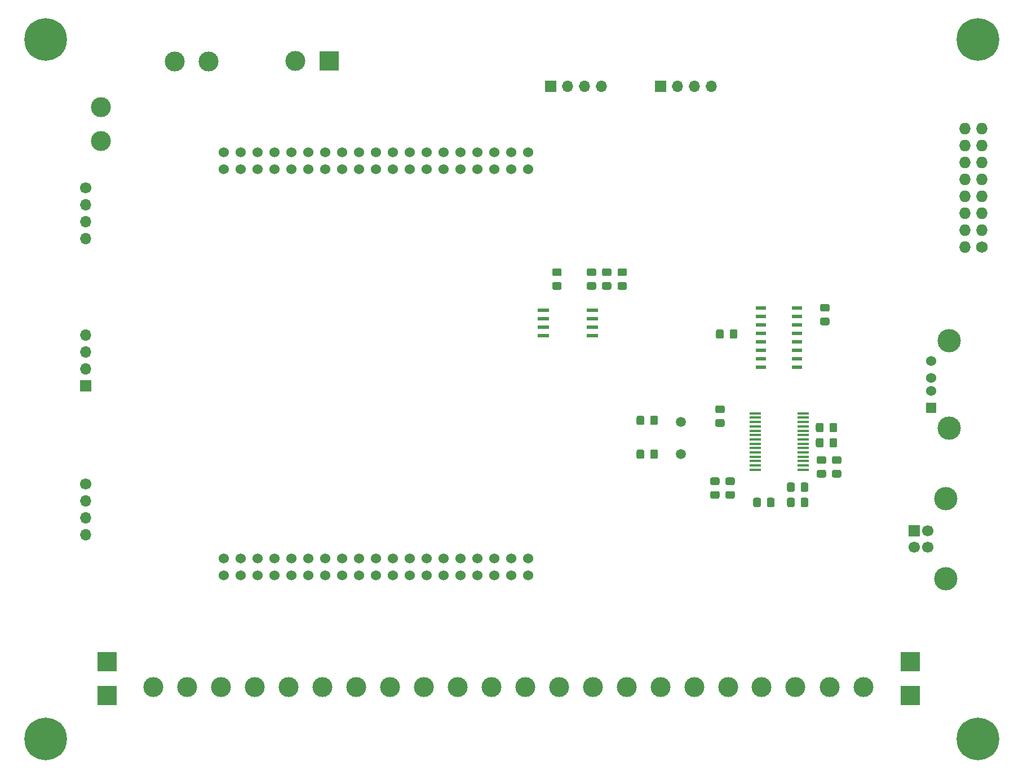
<source format=gbr>
%TF.GenerationSoftware,KiCad,Pcbnew,5.99.0+really5.1.10+dfsg1-1*%
%TF.CreationDate,2022-01-03T15:11:42+11:00*%
%TF.ProjectId,els,656c732e-6b69-4636-9164-5f7063625858,v0.1*%
%TF.SameCoordinates,PX3938700PY8a48640*%
%TF.FileFunction,Soldermask,Top*%
%TF.FilePolarity,Negative*%
%FSLAX46Y46*%
G04 Gerber Fmt 4.6, Leading zero omitted, Abs format (unit mm)*
G04 Created by KiCad (PCBNEW 5.99.0+really5.1.10+dfsg1-1) date 2022-01-03 15:11:42*
%MOMM*%
%LPD*%
G01*
G04 APERTURE LIST*
%ADD10C,3.000000*%
%ADD11R,3.000000X3.000000*%
%ADD12C,1.530000*%
%ADD13C,6.400000*%
%ADD14C,1.524000*%
%ADD15R,1.524000X1.524000*%
%ADD16C,3.500000*%
%ADD17C,1.500000*%
%ADD18R,1.750000X0.450000*%
%ADD19R,1.500000X0.600000*%
%ADD20R,1.750000X0.550000*%
%ADD21C,1.700000*%
%ADD22R,1.700000X1.700000*%
%ADD23O,1.700000X1.700000*%
%ADD24O,1.727200X1.727200*%
%ADD25C,1.727200*%
G04 APERTURE END LIST*
%TO.C,R6*%
G36*
G01*
X77250001Y69500000D02*
X76349999Y69500000D01*
G75*
G02*
X76100000Y69749999I0J249999D01*
G01*
X76100000Y70400001D01*
G75*
G02*
X76349999Y70650000I249999J0D01*
G01*
X77250001Y70650000D01*
G75*
G02*
X77500000Y70400001I0J-249999D01*
G01*
X77500000Y69749999D01*
G75*
G02*
X77250001Y69500000I-249999J0D01*
G01*
G37*
G36*
G01*
X77250001Y67450000D02*
X76349999Y67450000D01*
G75*
G02*
X76100000Y67699999I0J249999D01*
G01*
X76100000Y68350001D01*
G75*
G02*
X76349999Y68600000I249999J0D01*
G01*
X77250001Y68600000D01*
G75*
G02*
X77500000Y68350001I0J-249999D01*
G01*
X77500000Y67699999D01*
G75*
G02*
X77250001Y67450000I-249999J0D01*
G01*
G37*
%TD*%
%TO.C,R1*%
G36*
G01*
X86149999Y68600000D02*
X87050001Y68600000D01*
G75*
G02*
X87300000Y68350001I0J-249999D01*
G01*
X87300000Y67699999D01*
G75*
G02*
X87050001Y67450000I-249999J0D01*
G01*
X86149999Y67450000D01*
G75*
G02*
X85900000Y67699999I0J249999D01*
G01*
X85900000Y68350001D01*
G75*
G02*
X86149999Y68600000I249999J0D01*
G01*
G37*
G36*
G01*
X86149999Y70650000D02*
X87050001Y70650000D01*
G75*
G02*
X87300000Y70400001I0J-249999D01*
G01*
X87300000Y69749999D01*
G75*
G02*
X87050001Y69500000I-249999J0D01*
G01*
X86149999Y69500000D01*
G75*
G02*
X85900000Y69749999I0J249999D01*
G01*
X85900000Y70400001D01*
G75*
G02*
X86149999Y70650000I249999J0D01*
G01*
G37*
%TD*%
D10*
%TO.C,J20*%
X97480000Y7840000D03*
X102560000Y7840000D03*
%TD*%
%TO.C,J20*%
X112593000Y7840000D03*
X107513000Y7840000D03*
%TD*%
D11*
%TO.C,J22*%
X42616000Y101820000D03*
D10*
X37536000Y101820000D03*
%TD*%
D12*
%TO.C,U1*%
X26750000Y24550000D03*
X29290000Y24550000D03*
X29290000Y27090000D03*
X31830000Y24550000D03*
X31830000Y27090000D03*
X34370000Y24550000D03*
X34370000Y27090000D03*
X36910000Y24550000D03*
X36910000Y27090000D03*
X39450000Y24550000D03*
X39450000Y27090000D03*
X41990000Y24550000D03*
X41990000Y27090000D03*
X44530000Y24550000D03*
X44530000Y27090000D03*
X47070000Y24550000D03*
X47070000Y27090000D03*
X49610000Y24550000D03*
X49610000Y27090000D03*
X52150000Y24550000D03*
X52150000Y27090000D03*
X54690000Y24550000D03*
X54690000Y27090000D03*
X57230000Y24550000D03*
X57230000Y27090000D03*
X59770000Y24550000D03*
X59770000Y27090000D03*
X62310000Y24550000D03*
X62310000Y27090000D03*
X64850000Y24550000D03*
X64850000Y27090000D03*
X67390000Y24550000D03*
X67390000Y27090000D03*
X69930000Y24550000D03*
X69930000Y27090000D03*
X72470000Y24550000D03*
X26750000Y27090000D03*
X72470000Y27090000D03*
X26750000Y85510000D03*
X29290000Y85510000D03*
X29290000Y88050000D03*
X31830000Y85510000D03*
X31830000Y88050000D03*
X34370000Y85510000D03*
X34370000Y88050000D03*
X36910000Y85510000D03*
X36910000Y88050000D03*
X39450000Y85510000D03*
X39450000Y88050000D03*
X41990000Y85510000D03*
X41990000Y88050000D03*
X44530000Y85510000D03*
X44530000Y88050000D03*
X47070000Y85510000D03*
X47070000Y88050000D03*
X49610000Y85510000D03*
X49610000Y88050000D03*
X52150000Y85510000D03*
X52150000Y88050000D03*
X54690000Y85510000D03*
X54690000Y88050000D03*
X57230000Y85510000D03*
X57230000Y88050000D03*
X59770000Y85510000D03*
X59770000Y88050000D03*
X62310000Y85510000D03*
X62310000Y88050000D03*
X64850000Y85510000D03*
X64850000Y88050000D03*
X67390000Y85510000D03*
X67390000Y88050000D03*
X69930000Y85510000D03*
X69930000Y88050000D03*
X72470000Y85510000D03*
X26750000Y88050000D03*
X72470000Y88050000D03*
%TD*%
D13*
%TO.C,REF\u002A\u002A*%
X0Y0D03*
%TD*%
%TO.C,REF\u002A\u002A*%
X140000000Y0D03*
%TD*%
%TO.C,REF\u002A\u002A*%
X140000000Y105000000D03*
%TD*%
%TO.C,REF\u002A\u002A*%
X0Y105000000D03*
%TD*%
D11*
%TO.C,J21*%
X9215000Y11650000D03*
X9215000Y6570000D03*
%TD*%
D10*
%TO.C,J20*%
X117800000Y7840000D03*
X122880000Y7840000D03*
%TD*%
D14*
%TO.C,J19*%
X133040000Y56750000D03*
X133040000Y54250000D03*
X133040000Y52250000D03*
D15*
X133040000Y49750000D03*
D16*
X135750000Y46680000D03*
X135750000Y59820000D03*
%TD*%
D17*
%TO.C,Y1*%
X95448000Y47645000D03*
X95448000Y42765000D03*
%TD*%
D18*
%TO.C,U4*%
X113780000Y48895000D03*
X113780000Y48245000D03*
X113780000Y47595000D03*
X113780000Y46945000D03*
X113780000Y46295000D03*
X113780000Y45645000D03*
X113780000Y44995000D03*
X113780000Y44345000D03*
X113780000Y43695000D03*
X113780000Y43045000D03*
X113780000Y42395000D03*
X113780000Y41745000D03*
X113780000Y41095000D03*
X113780000Y40445000D03*
X106580000Y40445000D03*
X106580000Y41095000D03*
X106580000Y41745000D03*
X106580000Y42395000D03*
X106580000Y43045000D03*
X106580000Y43695000D03*
X106580000Y44345000D03*
X106580000Y44995000D03*
X106580000Y45645000D03*
X106580000Y46295000D03*
X106580000Y46945000D03*
X106580000Y47595000D03*
X106580000Y48245000D03*
X106580000Y48895000D03*
%TD*%
D19*
%TO.C,U3*%
X112880000Y64672500D03*
X112880000Y63402500D03*
X112880000Y62132500D03*
X112880000Y60862500D03*
X112880000Y59592500D03*
X112880000Y58322500D03*
X112880000Y57052500D03*
X112880000Y55782500D03*
X107480000Y55782500D03*
X107480000Y57052500D03*
X107480000Y58322500D03*
X107480000Y59592500D03*
X107480000Y60862500D03*
X107480000Y62132500D03*
X107480000Y63402500D03*
X107480000Y64672500D03*
%TD*%
D20*
%TO.C,U2*%
X82130000Y64355000D03*
X82130000Y63085000D03*
X82130000Y61815000D03*
X82130000Y60545000D03*
X74730000Y60545000D03*
X74730000Y61815000D03*
X74730000Y63085000D03*
X74730000Y64355000D03*
%TD*%
%TO.C,R5*%
G36*
G01*
X118365999Y40410000D02*
X119266001Y40410000D01*
G75*
G02*
X119516000Y40160001I0J-249999D01*
G01*
X119516000Y39509999D01*
G75*
G02*
X119266001Y39260000I-249999J0D01*
G01*
X118365999Y39260000D01*
G75*
G02*
X118116000Y39509999I0J249999D01*
G01*
X118116000Y40160001D01*
G75*
G02*
X118365999Y40410000I249999J0D01*
G01*
G37*
G36*
G01*
X118365999Y42460000D02*
X119266001Y42460000D01*
G75*
G02*
X119516000Y42210001I0J-249999D01*
G01*
X119516000Y41559999D01*
G75*
G02*
X119266001Y41310000I-249999J0D01*
G01*
X118365999Y41310000D01*
G75*
G02*
X118116000Y41559999I0J249999D01*
G01*
X118116000Y42210001D01*
G75*
G02*
X118365999Y42460000I249999J0D01*
G01*
G37*
%TD*%
%TO.C,R4*%
G36*
G01*
X116079999Y40410000D02*
X116980001Y40410000D01*
G75*
G02*
X117230000Y40160001I0J-249999D01*
G01*
X117230000Y39509999D01*
G75*
G02*
X116980001Y39260000I-249999J0D01*
G01*
X116079999Y39260000D01*
G75*
G02*
X115830000Y39509999I0J249999D01*
G01*
X115830000Y40160001D01*
G75*
G02*
X116079999Y40410000I249999J0D01*
G01*
G37*
G36*
G01*
X116079999Y42460000D02*
X116980001Y42460000D01*
G75*
G02*
X117230000Y42210001I0J-249999D01*
G01*
X117230000Y41559999D01*
G75*
G02*
X116980001Y41310000I-249999J0D01*
G01*
X116079999Y41310000D01*
G75*
G02*
X115830000Y41559999I0J249999D01*
G01*
X115830000Y42210001D01*
G75*
G02*
X116079999Y42460000I249999J0D01*
G01*
G37*
%TD*%
%TO.C,R3*%
G36*
G01*
X101740001Y48930000D02*
X100839999Y48930000D01*
G75*
G02*
X100590000Y49179999I0J249999D01*
G01*
X100590000Y49830001D01*
G75*
G02*
X100839999Y50080000I249999J0D01*
G01*
X101740001Y50080000D01*
G75*
G02*
X101990000Y49830001I0J-249999D01*
G01*
X101990000Y49179999D01*
G75*
G02*
X101740001Y48930000I-249999J0D01*
G01*
G37*
G36*
G01*
X101740001Y46880000D02*
X100839999Y46880000D01*
G75*
G02*
X100590000Y47129999I0J249999D01*
G01*
X100590000Y47780001D01*
G75*
G02*
X100839999Y48030000I249999J0D01*
G01*
X101740001Y48030000D01*
G75*
G02*
X101990000Y47780001I0J-249999D01*
G01*
X101990000Y47129999D01*
G75*
G02*
X101740001Y46880000I-249999J0D01*
G01*
G37*
%TD*%
%TO.C,R2*%
G36*
G01*
X102363999Y37235000D02*
X103264001Y37235000D01*
G75*
G02*
X103514000Y36985001I0J-249999D01*
G01*
X103514000Y36334999D01*
G75*
G02*
X103264001Y36085000I-249999J0D01*
G01*
X102363999Y36085000D01*
G75*
G02*
X102114000Y36334999I0J249999D01*
G01*
X102114000Y36985001D01*
G75*
G02*
X102363999Y37235000I249999J0D01*
G01*
G37*
G36*
G01*
X102363999Y39285000D02*
X103264001Y39285000D01*
G75*
G02*
X103514000Y39035001I0J-249999D01*
G01*
X103514000Y38384999D01*
G75*
G02*
X103264001Y38135000I-249999J0D01*
G01*
X102363999Y38135000D01*
G75*
G02*
X102114000Y38384999I0J249999D01*
G01*
X102114000Y39035001D01*
G75*
G02*
X102363999Y39285000I249999J0D01*
G01*
G37*
%TD*%
D16*
%TO.C,J18*%
X135210000Y24030000D03*
X135210000Y36070000D03*
D21*
X132500000Y31300000D03*
X132500000Y28800000D03*
X130500000Y28800000D03*
D22*
X130500000Y31300000D03*
%TD*%
D23*
%TO.C,J17*%
X6040000Y75150000D03*
X6040000Y77690000D03*
X6040000Y80230000D03*
D21*
X6040000Y82770000D03*
%TD*%
D23*
%TO.C,J16*%
X6040000Y30700000D03*
X6040000Y33240000D03*
X6040000Y35780000D03*
D21*
X6040000Y38320000D03*
%TD*%
D23*
%TO.C,J15*%
X6040000Y60672000D03*
X6040000Y58132000D03*
X6040000Y55592000D03*
D22*
X6040000Y53052000D03*
%TD*%
D23*
%TO.C,J14*%
X83510000Y98010000D03*
X80970000Y98010000D03*
X78430000Y98010000D03*
D22*
X75890000Y98010000D03*
%TD*%
D23*
%TO.C,J13*%
X100020000Y98010000D03*
X97480000Y98010000D03*
X94940000Y98010000D03*
D22*
X92400000Y98010000D03*
%TD*%
D24*
%TO.C,J12*%
X138120000Y91660000D03*
X140660000Y91660000D03*
X138120000Y89120000D03*
X140660000Y89120000D03*
X138120000Y86580000D03*
X140660000Y86580000D03*
X138120000Y84040000D03*
X140660000Y84040000D03*
X138120000Y81500000D03*
X140660000Y81500000D03*
X138120000Y78960000D03*
X140660000Y78960000D03*
X138120000Y76420000D03*
X140660000Y76420000D03*
X138120000Y73880000D03*
D25*
X140660000Y73880000D03*
%TD*%
D11*
%TO.C,J11*%
X129865000Y6570000D03*
X129865000Y11650000D03*
%TD*%
D10*
%TO.C,J10*%
X16200000Y7840000D03*
X21280000Y7840000D03*
%TD*%
%TO.C,J9*%
X26360000Y7840000D03*
X31440000Y7840000D03*
%TD*%
%TO.C,J8*%
X36520000Y7840000D03*
X41600000Y7840000D03*
%TD*%
%TO.C,J7*%
X46680000Y7840000D03*
X51760000Y7840000D03*
%TD*%
%TO.C,J6*%
X56840000Y7840000D03*
X61920000Y7840000D03*
%TD*%
%TO.C,J5*%
X67000000Y7840000D03*
X72080000Y7840000D03*
%TD*%
%TO.C,J4*%
X77160000Y7840000D03*
X82240000Y7840000D03*
%TD*%
%TO.C,J3*%
X87320000Y7840000D03*
X92400000Y7840000D03*
%TD*%
%TO.C,J2*%
X8326000Y94835000D03*
X8326000Y89755000D03*
%TD*%
%TO.C,J1*%
X24455000Y101693000D03*
X19375000Y101693000D03*
%TD*%
%TO.C,C12*%
G36*
G01*
X89918000Y48295001D02*
X89918000Y47394999D01*
G75*
G02*
X89668001Y47145000I-249999J0D01*
G01*
X89017999Y47145000D01*
G75*
G02*
X88768000Y47394999I0J249999D01*
G01*
X88768000Y48295001D01*
G75*
G02*
X89017999Y48545000I249999J0D01*
G01*
X89668001Y48545000D01*
G75*
G02*
X89918000Y48295001I0J-249999D01*
G01*
G37*
G36*
G01*
X91968000Y48295001D02*
X91968000Y47394999D01*
G75*
G02*
X91718001Y47145000I-249999J0D01*
G01*
X91067999Y47145000D01*
G75*
G02*
X90818000Y47394999I0J249999D01*
G01*
X90818000Y48295001D01*
G75*
G02*
X91067999Y48545000I249999J0D01*
G01*
X91718001Y48545000D01*
G75*
G02*
X91968000Y48295001I0J-249999D01*
G01*
G37*
%TD*%
%TO.C,C11*%
G36*
G01*
X89918000Y43215001D02*
X89918000Y42314999D01*
G75*
G02*
X89668001Y42065000I-249999J0D01*
G01*
X89017999Y42065000D01*
G75*
G02*
X88768000Y42314999I0J249999D01*
G01*
X88768000Y43215001D01*
G75*
G02*
X89017999Y43465000I249999J0D01*
G01*
X89668001Y43465000D01*
G75*
G02*
X89918000Y43215001I0J-249999D01*
G01*
G37*
G36*
G01*
X91968000Y43215001D02*
X91968000Y42314999D01*
G75*
G02*
X91718001Y42065000I-249999J0D01*
G01*
X91067999Y42065000D01*
G75*
G02*
X90818000Y42314999I0J249999D01*
G01*
X90818000Y43215001D01*
G75*
G02*
X91067999Y43465000I249999J0D01*
G01*
X91718001Y43465000D01*
G75*
G02*
X91968000Y43215001I0J-249999D01*
G01*
G37*
%TD*%
%TO.C,C10*%
G36*
G01*
X107444000Y35976001D02*
X107444000Y35075999D01*
G75*
G02*
X107194001Y34826000I-249999J0D01*
G01*
X106543999Y34826000D01*
G75*
G02*
X106294000Y35075999I0J249999D01*
G01*
X106294000Y35976001D01*
G75*
G02*
X106543999Y36226000I249999J0D01*
G01*
X107194001Y36226000D01*
G75*
G02*
X107444000Y35976001I0J-249999D01*
G01*
G37*
G36*
G01*
X109494000Y35976001D02*
X109494000Y35075999D01*
G75*
G02*
X109244001Y34826000I-249999J0D01*
G01*
X108593999Y34826000D01*
G75*
G02*
X108344000Y35075999I0J249999D01*
G01*
X108344000Y35976001D01*
G75*
G02*
X108593999Y36226000I249999J0D01*
G01*
X109244001Y36226000D01*
G75*
G02*
X109494000Y35976001I0J-249999D01*
G01*
G37*
%TD*%
%TO.C,C9*%
G36*
G01*
X113424000Y35075999D02*
X113424000Y35976001D01*
G75*
G02*
X113673999Y36226000I249999J0D01*
G01*
X114324001Y36226000D01*
G75*
G02*
X114574000Y35976001I0J-249999D01*
G01*
X114574000Y35075999D01*
G75*
G02*
X114324001Y34826000I-249999J0D01*
G01*
X113673999Y34826000D01*
G75*
G02*
X113424000Y35075999I0J249999D01*
G01*
G37*
G36*
G01*
X111374000Y35075999D02*
X111374000Y35976001D01*
G75*
G02*
X111623999Y36226000I249999J0D01*
G01*
X112274001Y36226000D01*
G75*
G02*
X112524000Y35976001I0J-249999D01*
G01*
X112524000Y35075999D01*
G75*
G02*
X112274001Y34826000I-249999J0D01*
G01*
X111623999Y34826000D01*
G75*
G02*
X111374000Y35075999I0J249999D01*
G01*
G37*
%TD*%
%TO.C,C8*%
G36*
G01*
X113424000Y37361999D02*
X113424000Y38262001D01*
G75*
G02*
X113673999Y38512000I249999J0D01*
G01*
X114324001Y38512000D01*
G75*
G02*
X114574000Y38262001I0J-249999D01*
G01*
X114574000Y37361999D01*
G75*
G02*
X114324001Y37112000I-249999J0D01*
G01*
X113673999Y37112000D01*
G75*
G02*
X113424000Y37361999I0J249999D01*
G01*
G37*
G36*
G01*
X111374000Y37361999D02*
X111374000Y38262001D01*
G75*
G02*
X111623999Y38512000I249999J0D01*
G01*
X112274001Y38512000D01*
G75*
G02*
X112524000Y38262001I0J-249999D01*
G01*
X112524000Y37361999D01*
G75*
G02*
X112274001Y37112000I-249999J0D01*
G01*
X111623999Y37112000D01*
G75*
G02*
X111374000Y37361999I0J249999D01*
G01*
G37*
%TD*%
%TO.C,C7*%
G36*
G01*
X117742000Y44029499D02*
X117742000Y44929501D01*
G75*
G02*
X117991999Y45179500I249999J0D01*
G01*
X118642001Y45179500D01*
G75*
G02*
X118892000Y44929501I0J-249999D01*
G01*
X118892000Y44029499D01*
G75*
G02*
X118642001Y43779500I-249999J0D01*
G01*
X117991999Y43779500D01*
G75*
G02*
X117742000Y44029499I0J249999D01*
G01*
G37*
G36*
G01*
X115692000Y44029499D02*
X115692000Y44929501D01*
G75*
G02*
X115941999Y45179500I249999J0D01*
G01*
X116592001Y45179500D01*
G75*
G02*
X116842000Y44929501I0J-249999D01*
G01*
X116842000Y44029499D01*
G75*
G02*
X116592001Y43779500I-249999J0D01*
G01*
X115941999Y43779500D01*
G75*
G02*
X115692000Y44029499I0J249999D01*
G01*
G37*
%TD*%
%TO.C,C6*%
G36*
G01*
X117742000Y46315499D02*
X117742000Y47215501D01*
G75*
G02*
X117991999Y47465500I249999J0D01*
G01*
X118642001Y47465500D01*
G75*
G02*
X118892000Y47215501I0J-249999D01*
G01*
X118892000Y46315499D01*
G75*
G02*
X118642001Y46065500I-249999J0D01*
G01*
X117991999Y46065500D01*
G75*
G02*
X117742000Y46315499I0J249999D01*
G01*
G37*
G36*
G01*
X115692000Y46315499D02*
X115692000Y47215501D01*
G75*
G02*
X115941999Y47465500I249999J0D01*
G01*
X116592001Y47465500D01*
G75*
G02*
X116842000Y47215501I0J-249999D01*
G01*
X116842000Y46315499D01*
G75*
G02*
X116592001Y46065500I-249999J0D01*
G01*
X115941999Y46065500D01*
G75*
G02*
X115692000Y46315499I0J249999D01*
G01*
G37*
%TD*%
%TO.C,C5*%
G36*
G01*
X100077999Y37235000D02*
X100978001Y37235000D01*
G75*
G02*
X101228000Y36985001I0J-249999D01*
G01*
X101228000Y36334999D01*
G75*
G02*
X100978001Y36085000I-249999J0D01*
G01*
X100077999Y36085000D01*
G75*
G02*
X99828000Y36334999I0J249999D01*
G01*
X99828000Y36985001D01*
G75*
G02*
X100077999Y37235000I249999J0D01*
G01*
G37*
G36*
G01*
X100077999Y39285000D02*
X100978001Y39285000D01*
G75*
G02*
X101228000Y39035001I0J-249999D01*
G01*
X101228000Y38384999D01*
G75*
G02*
X100978001Y38135000I-249999J0D01*
G01*
X100077999Y38135000D01*
G75*
G02*
X99828000Y38384999I0J249999D01*
G01*
X99828000Y39035001D01*
G75*
G02*
X100077999Y39285000I249999J0D01*
G01*
G37*
%TD*%
%TO.C,C4*%
G36*
G01*
X116587999Y63270000D02*
X117488001Y63270000D01*
G75*
G02*
X117738000Y63020001I0J-249999D01*
G01*
X117738000Y62369999D01*
G75*
G02*
X117488001Y62120000I-249999J0D01*
G01*
X116587999Y62120000D01*
G75*
G02*
X116338000Y62369999I0J249999D01*
G01*
X116338000Y63020001D01*
G75*
G02*
X116587999Y63270000I249999J0D01*
G01*
G37*
G36*
G01*
X116587999Y65320000D02*
X117488001Y65320000D01*
G75*
G02*
X117738000Y65070001I0J-249999D01*
G01*
X117738000Y64419999D01*
G75*
G02*
X117488001Y64170000I-249999J0D01*
G01*
X116587999Y64170000D01*
G75*
G02*
X116338000Y64419999I0J249999D01*
G01*
X116338000Y65070001D01*
G75*
G02*
X116587999Y65320000I249999J0D01*
G01*
G37*
%TD*%
%TO.C,C3*%
G36*
G01*
X84722001Y69504000D02*
X83821999Y69504000D01*
G75*
G02*
X83572000Y69753999I0J249999D01*
G01*
X83572000Y70404001D01*
G75*
G02*
X83821999Y70654000I249999J0D01*
G01*
X84722001Y70654000D01*
G75*
G02*
X84972000Y70404001I0J-249999D01*
G01*
X84972000Y69753999D01*
G75*
G02*
X84722001Y69504000I-249999J0D01*
G01*
G37*
G36*
G01*
X84722001Y67454000D02*
X83821999Y67454000D01*
G75*
G02*
X83572000Y67703999I0J249999D01*
G01*
X83572000Y68354001D01*
G75*
G02*
X83821999Y68604000I249999J0D01*
G01*
X84722001Y68604000D01*
G75*
G02*
X84972000Y68354001I0J-249999D01*
G01*
X84972000Y67703999D01*
G75*
G02*
X84722001Y67454000I-249999J0D01*
G01*
G37*
%TD*%
%TO.C,C2*%
G36*
G01*
X82436001Y69504000D02*
X81535999Y69504000D01*
G75*
G02*
X81286000Y69753999I0J249999D01*
G01*
X81286000Y70404001D01*
G75*
G02*
X81535999Y70654000I249999J0D01*
G01*
X82436001Y70654000D01*
G75*
G02*
X82686000Y70404001I0J-249999D01*
G01*
X82686000Y69753999D01*
G75*
G02*
X82436001Y69504000I-249999J0D01*
G01*
G37*
G36*
G01*
X82436001Y67454000D02*
X81535999Y67454000D01*
G75*
G02*
X81286000Y67703999I0J249999D01*
G01*
X81286000Y68354001D01*
G75*
G02*
X81535999Y68604000I249999J0D01*
G01*
X82436001Y68604000D01*
G75*
G02*
X82686000Y68354001I0J-249999D01*
G01*
X82686000Y67703999D01*
G75*
G02*
X82436001Y67454000I-249999J0D01*
G01*
G37*
%TD*%
%TO.C,C1*%
G36*
G01*
X101856000Y61249001D02*
X101856000Y60348999D01*
G75*
G02*
X101606001Y60099000I-249999J0D01*
G01*
X100955999Y60099000D01*
G75*
G02*
X100706000Y60348999I0J249999D01*
G01*
X100706000Y61249001D01*
G75*
G02*
X100955999Y61499000I249999J0D01*
G01*
X101606001Y61499000D01*
G75*
G02*
X101856000Y61249001I0J-249999D01*
G01*
G37*
G36*
G01*
X103906000Y61249001D02*
X103906000Y60348999D01*
G75*
G02*
X103656001Y60099000I-249999J0D01*
G01*
X103005999Y60099000D01*
G75*
G02*
X102756000Y60348999I0J249999D01*
G01*
X102756000Y61249001D01*
G75*
G02*
X103005999Y61499000I249999J0D01*
G01*
X103656001Y61499000D01*
G75*
G02*
X103906000Y61249001I0J-249999D01*
G01*
G37*
%TD*%
M02*

</source>
